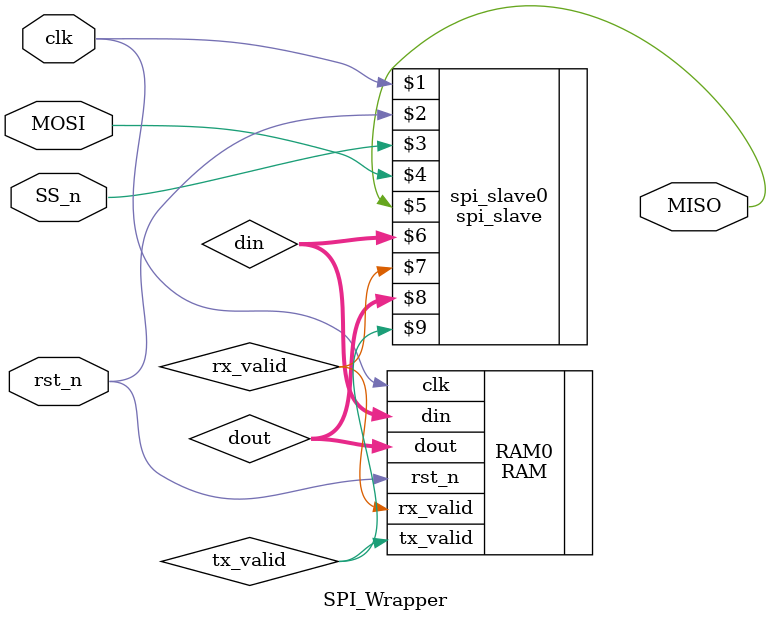
<source format=v>
module SPI_Wrapper(clk,rst_n,SS_n,MOSI,MISO);

    input clk,rst_n,SS_n,MOSI;
    output MISO;

    wire [9:0] din;
    wire [7:0] dout;
    wire tx_valid,rx_valid;

spi_slave spi_slave0(clk,rst_n,SS_n,MOSI,MISO,din,rx_valid,dout,tx_valid);
RAM RAM0(.din(din),.clk(clk),.rst_n(rst_n),.rx_valid(rx_valid),.dout(dout),.tx_valid(tx_valid));

endmodule

</source>
